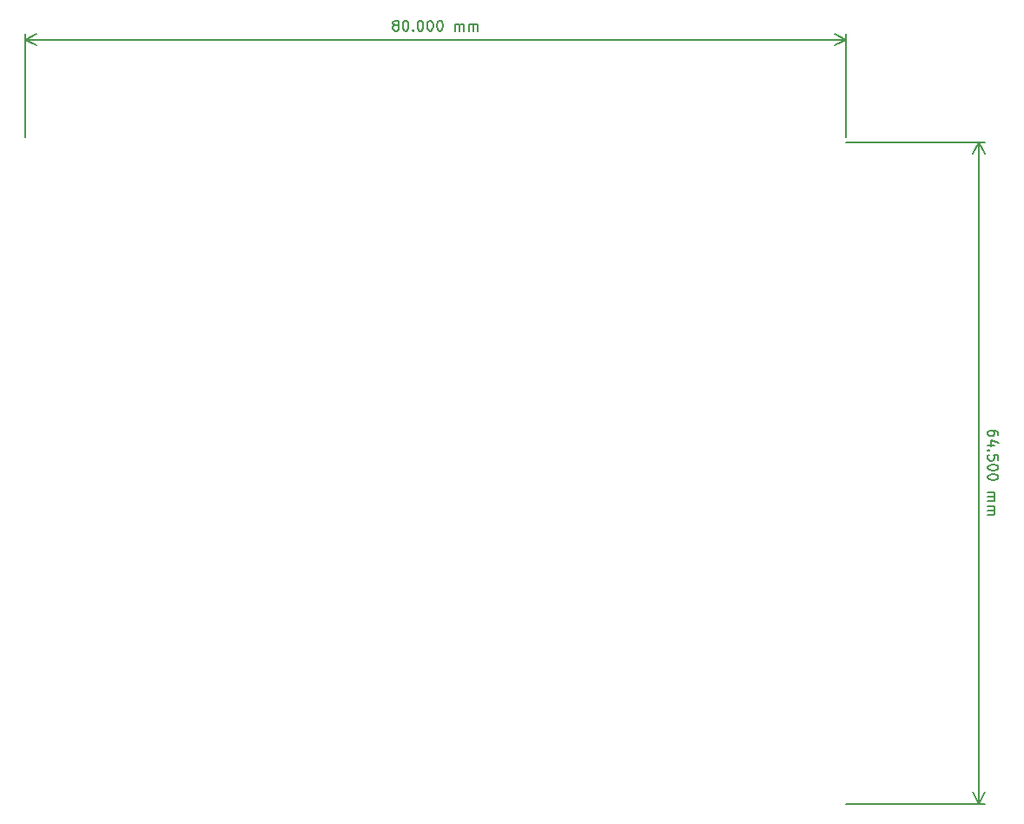
<source format=gbr>
%TF.GenerationSoftware,KiCad,Pcbnew,5.1.6-c6e7f7d~87~ubuntu20.04.1*%
%TF.CreationDate,2020-07-21T15:48:12+01:00*%
%TF.ProjectId,pmt_combiner,706d745f-636f-46d6-9269-6e65722e6b69,rev?*%
%TF.SameCoordinates,Original*%
%TF.FileFunction,Other,ECO1*%
%FSLAX46Y46*%
G04 Gerber Fmt 4.6, Leading zero omitted, Abs format (unit mm)*
G04 Created by KiCad (PCBNEW 5.1.6-c6e7f7d~87~ubuntu20.04.1) date 2020-07-21 15:48:12*
%MOMM*%
%LPD*%
G01*
G04 APERTURE LIST*
%ADD10C,0.150000*%
G04 APERTURE END LIST*
D10*
X208347619Y-64583333D02*
X208347619Y-64392857D01*
X208300000Y-64297619D01*
X208252380Y-64250000D01*
X208109523Y-64154761D01*
X207919047Y-64107142D01*
X207538095Y-64107142D01*
X207442857Y-64154761D01*
X207395238Y-64202380D01*
X207347619Y-64297619D01*
X207347619Y-64488095D01*
X207395238Y-64583333D01*
X207442857Y-64630952D01*
X207538095Y-64678571D01*
X207776190Y-64678571D01*
X207871428Y-64630952D01*
X207919047Y-64583333D01*
X207966666Y-64488095D01*
X207966666Y-64297619D01*
X207919047Y-64202380D01*
X207871428Y-64154761D01*
X207776190Y-64107142D01*
X208014285Y-65535714D02*
X207347619Y-65535714D01*
X208395238Y-65297619D02*
X207680952Y-65059523D01*
X207680952Y-65678571D01*
X207442857Y-66059523D02*
X207395238Y-66107142D01*
X207347619Y-66059523D01*
X207395238Y-66011904D01*
X207442857Y-66059523D01*
X207347619Y-66059523D01*
X208347619Y-67011904D02*
X208347619Y-66535714D01*
X207871428Y-66488095D01*
X207919047Y-66535714D01*
X207966666Y-66630952D01*
X207966666Y-66869047D01*
X207919047Y-66964285D01*
X207871428Y-67011904D01*
X207776190Y-67059523D01*
X207538095Y-67059523D01*
X207442857Y-67011904D01*
X207395238Y-66964285D01*
X207347619Y-66869047D01*
X207347619Y-66630952D01*
X207395238Y-66535714D01*
X207442857Y-66488095D01*
X208347619Y-67678571D02*
X208347619Y-67773809D01*
X208300000Y-67869047D01*
X208252380Y-67916666D01*
X208157142Y-67964285D01*
X207966666Y-68011904D01*
X207728571Y-68011904D01*
X207538095Y-67964285D01*
X207442857Y-67916666D01*
X207395238Y-67869047D01*
X207347619Y-67773809D01*
X207347619Y-67678571D01*
X207395238Y-67583333D01*
X207442857Y-67535714D01*
X207538095Y-67488095D01*
X207728571Y-67440476D01*
X207966666Y-67440476D01*
X208157142Y-67488095D01*
X208252380Y-67535714D01*
X208300000Y-67583333D01*
X208347619Y-67678571D01*
X208347619Y-68630952D02*
X208347619Y-68726190D01*
X208300000Y-68821428D01*
X208252380Y-68869047D01*
X208157142Y-68916666D01*
X207966666Y-68964285D01*
X207728571Y-68964285D01*
X207538095Y-68916666D01*
X207442857Y-68869047D01*
X207395238Y-68821428D01*
X207347619Y-68726190D01*
X207347619Y-68630952D01*
X207395238Y-68535714D01*
X207442857Y-68488095D01*
X207538095Y-68440476D01*
X207728571Y-68392857D01*
X207966666Y-68392857D01*
X208157142Y-68440476D01*
X208252380Y-68488095D01*
X208300000Y-68535714D01*
X208347619Y-68630952D01*
X207347619Y-70154761D02*
X208014285Y-70154761D01*
X207919047Y-70154761D02*
X207966666Y-70202380D01*
X208014285Y-70297619D01*
X208014285Y-70440476D01*
X207966666Y-70535714D01*
X207871428Y-70583333D01*
X207347619Y-70583333D01*
X207871428Y-70583333D02*
X207966666Y-70630952D01*
X208014285Y-70726190D01*
X208014285Y-70869047D01*
X207966666Y-70964285D01*
X207871428Y-71011904D01*
X207347619Y-71011904D01*
X207347619Y-71488095D02*
X208014285Y-71488095D01*
X207919047Y-71488095D02*
X207966666Y-71535714D01*
X208014285Y-71630952D01*
X208014285Y-71773809D01*
X207966666Y-71869047D01*
X207871428Y-71916666D01*
X207347619Y-71916666D01*
X207871428Y-71916666D02*
X207966666Y-71964285D01*
X208014285Y-72059523D01*
X208014285Y-72202380D01*
X207966666Y-72297619D01*
X207871428Y-72345238D01*
X207347619Y-72345238D01*
X206500000Y-36000000D02*
X206500000Y-100500000D01*
X193500000Y-36000000D02*
X207086421Y-36000000D01*
X193500000Y-100500000D02*
X207086421Y-100500000D01*
X206500000Y-100500000D02*
X205913579Y-99373496D01*
X206500000Y-100500000D02*
X207086421Y-99373496D01*
X206500000Y-36000000D02*
X205913579Y-37126504D01*
X206500000Y-36000000D02*
X207086421Y-37126504D01*
X149547619Y-24573851D02*
X149452380Y-24526232D01*
X149404761Y-24478613D01*
X149357142Y-24383375D01*
X149357142Y-24335756D01*
X149404761Y-24240518D01*
X149452380Y-24192899D01*
X149547619Y-24145279D01*
X149738095Y-24145279D01*
X149833333Y-24192899D01*
X149880952Y-24240518D01*
X149928571Y-24335756D01*
X149928571Y-24383375D01*
X149880952Y-24478613D01*
X149833333Y-24526232D01*
X149738095Y-24573851D01*
X149547619Y-24573851D01*
X149452380Y-24621470D01*
X149404761Y-24669089D01*
X149357142Y-24764327D01*
X149357142Y-24954803D01*
X149404761Y-25050041D01*
X149452380Y-25097660D01*
X149547619Y-25145279D01*
X149738095Y-25145279D01*
X149833333Y-25097660D01*
X149880952Y-25050041D01*
X149928571Y-24954803D01*
X149928571Y-24764327D01*
X149880952Y-24669089D01*
X149833333Y-24621470D01*
X149738095Y-24573851D01*
X150547619Y-24145279D02*
X150642857Y-24145279D01*
X150738095Y-24192899D01*
X150785714Y-24240518D01*
X150833333Y-24335756D01*
X150880952Y-24526232D01*
X150880952Y-24764327D01*
X150833333Y-24954803D01*
X150785714Y-25050041D01*
X150738095Y-25097660D01*
X150642857Y-25145279D01*
X150547619Y-25145279D01*
X150452380Y-25097660D01*
X150404761Y-25050041D01*
X150357142Y-24954803D01*
X150309523Y-24764327D01*
X150309523Y-24526232D01*
X150357142Y-24335756D01*
X150404761Y-24240518D01*
X150452380Y-24192899D01*
X150547619Y-24145279D01*
X151309523Y-25050041D02*
X151357142Y-25097660D01*
X151309523Y-25145279D01*
X151261904Y-25097660D01*
X151309523Y-25050041D01*
X151309523Y-25145279D01*
X151976190Y-24145279D02*
X152071428Y-24145279D01*
X152166666Y-24192899D01*
X152214285Y-24240518D01*
X152261904Y-24335756D01*
X152309523Y-24526232D01*
X152309523Y-24764327D01*
X152261904Y-24954803D01*
X152214285Y-25050041D01*
X152166666Y-25097660D01*
X152071428Y-25145279D01*
X151976190Y-25145279D01*
X151880952Y-25097660D01*
X151833333Y-25050041D01*
X151785714Y-24954803D01*
X151738095Y-24764327D01*
X151738095Y-24526232D01*
X151785714Y-24335756D01*
X151833333Y-24240518D01*
X151880952Y-24192899D01*
X151976190Y-24145279D01*
X152928571Y-24145279D02*
X153023809Y-24145279D01*
X153119047Y-24192899D01*
X153166666Y-24240518D01*
X153214285Y-24335756D01*
X153261904Y-24526232D01*
X153261904Y-24764327D01*
X153214285Y-24954803D01*
X153166666Y-25050041D01*
X153119047Y-25097660D01*
X153023809Y-25145279D01*
X152928571Y-25145279D01*
X152833333Y-25097660D01*
X152785714Y-25050041D01*
X152738095Y-24954803D01*
X152690476Y-24764327D01*
X152690476Y-24526232D01*
X152738095Y-24335756D01*
X152785714Y-24240518D01*
X152833333Y-24192899D01*
X152928571Y-24145279D01*
X153880952Y-24145279D02*
X153976190Y-24145279D01*
X154071428Y-24192899D01*
X154119047Y-24240518D01*
X154166666Y-24335756D01*
X154214285Y-24526232D01*
X154214285Y-24764327D01*
X154166666Y-24954803D01*
X154119047Y-25050041D01*
X154071428Y-25097660D01*
X153976190Y-25145279D01*
X153880952Y-25145279D01*
X153785714Y-25097660D01*
X153738095Y-25050041D01*
X153690476Y-24954803D01*
X153642857Y-24764327D01*
X153642857Y-24526232D01*
X153690476Y-24335756D01*
X153738095Y-24240518D01*
X153785714Y-24192899D01*
X153880952Y-24145279D01*
X155404761Y-25145279D02*
X155404761Y-24478613D01*
X155404761Y-24573851D02*
X155452380Y-24526232D01*
X155547619Y-24478613D01*
X155690476Y-24478613D01*
X155785714Y-24526232D01*
X155833333Y-24621470D01*
X155833333Y-25145279D01*
X155833333Y-24621470D02*
X155880952Y-24526232D01*
X155976190Y-24478613D01*
X156119047Y-24478613D01*
X156214285Y-24526232D01*
X156261904Y-24621470D01*
X156261904Y-25145279D01*
X156738095Y-25145279D02*
X156738095Y-24478613D01*
X156738095Y-24573851D02*
X156785714Y-24526232D01*
X156880952Y-24478613D01*
X157023809Y-24478613D01*
X157119047Y-24526232D01*
X157166666Y-24621470D01*
X157166666Y-25145279D01*
X157166666Y-24621470D02*
X157214285Y-24526232D01*
X157309523Y-24478613D01*
X157452380Y-24478613D01*
X157547619Y-24526232D01*
X157595238Y-24621470D01*
X157595238Y-25145279D01*
X113500000Y-25992899D02*
X193500000Y-25992899D01*
X113500000Y-35500000D02*
X113500000Y-25406478D01*
X193500000Y-35500000D02*
X193500000Y-25406478D01*
X193500000Y-25992899D02*
X192373496Y-26579320D01*
X193500000Y-25992899D02*
X192373496Y-25406478D01*
X113500000Y-25992899D02*
X114626504Y-26579320D01*
X113500000Y-25992899D02*
X114626504Y-25406478D01*
M02*

</source>
